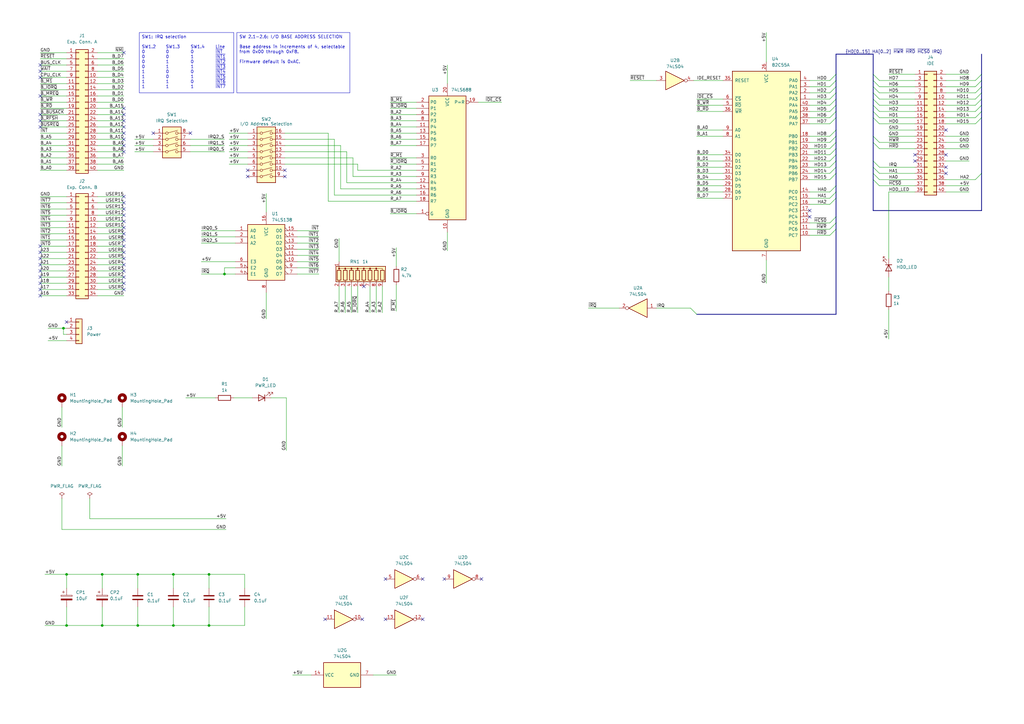
<source format=kicad_sch>
(kicad_sch (version 20230121) (generator eeschema)
  (paper "A3")
  (title_block (title "IDE Board for the SZC-1") (date "2024-02-12") (rev "1.0") (comment 1 "Inspired by the Beer IDE interface"))
  (junction (at 27.305 256.54))
  (junction (at 41.91 256.54))
  (junction (at 41.91 235.585))
  (junction (at 26.035 134.62))
  (junction (at 71.12 235.585))
  (junction (at 27.305 235.585))
  (junction (at 56.515 256.54))
  (junction (at 92.075 112.395))
  (junction (at 85.725 256.54))
  (junction (at 56.515 235.585))
  (junction (at 71.12 256.54))
  (junction (at 85.725 235.585))
  (no_connect (at 332.105 86.36))
  (no_connect (at 16.51 103.505))
  (no_connect (at 16.51 118.745))
  (no_connect (at 101.6 69.85))
  (no_connect (at 197.485 237.49))
  (no_connect (at 50.8 49.53))
  (no_connect (at 16.51 113.665))
  (no_connect (at 50.8 113.665))
  (no_connect (at 50.8 95.885))
  (no_connect (at 50.8 108.585))
  (no_connect (at 173.355 237.49))
  (no_connect (at 16.51 121.285))
  (no_connect (at 50.8 116.205))
  (no_connect (at 50.8 103.505))
  (no_connect (at 50.8 90.805))
  (no_connect (at 101.6 72.39))
  (no_connect (at 50.8 88.265))
  (no_connect (at 16.51 31.75))
  (no_connect (at 16.51 49.53))
  (no_connect (at 50.8 52.07))
  (no_connect (at 62.865 54.61))
  (no_connect (at 182.245 237.49))
  (no_connect (at 332.105 88.9))
  (no_connect (at 50.8 44.45))
  (no_connect (at 116.84 72.39))
  (no_connect (at 50.8 93.345))
  (no_connect (at 16.51 26.67))
  (no_connect (at 16.51 52.07))
  (no_connect (at 148.59 254))
  (no_connect (at 387.985 63.5))
  (no_connect (at 375.285 63.5))
  (no_connect (at 50.8 83.185))
  (no_connect (at 27.305 132.08))
  (no_connect (at 16.51 108.585))
  (no_connect (at 387.985 53.34))
  (no_connect (at 16.51 111.125))
  (no_connect (at 50.8 100.965))
  (no_connect (at 16.51 39.37))
  (no_connect (at 50.8 118.745))
  (no_connect (at 16.51 46.99))
  (no_connect (at 50.8 54.61))
  (no_connect (at 133.35 254))
  (no_connect (at 387.985 68.58))
  (no_connect (at 387.985 71.12))
  (no_connect (at 50.8 98.425))
  (no_connect (at 50.8 46.99))
  (no_connect (at 16.51 116.205))
  (no_connect (at 50.8 85.725))
  (no_connect (at 50.8 111.125))
  (no_connect (at 375.285 66.04))
  (no_connect (at 50.8 80.645))
  (no_connect (at 78.105 54.61))
  (no_connect (at 16.51 106.045))
  (no_connect (at 16.51 100.965))
  (no_connect (at 116.84 69.85))
  (no_connect (at 149.225 117.475))
  (no_connect (at 50.8 21.59))
  (no_connect (at 50.8 57.15))
  (no_connect (at 50.8 62.23))
  (no_connect (at 158.115 254))
  (no_connect (at 158.115 237.49))
  (no_connect (at 16.51 29.21))
  (no_connect (at 50.8 106.045))
  (no_connect (at 50.8 59.69))
  (no_connect (at 173.355 254))
  (bus_entry (at 340.36 58.42) (size 2.54 -2.54))
  (bus_entry (at 358.14 38.1) (size 2.54 2.54))
  (bus_entry (at 358.14 58.42) (size 2.54 2.54))
  (bus_entry (at 340.36 83.82) (size 2.54 -2.54))
  (bus_entry (at 340.36 55.88) (size 2.54 -2.54))
  (bus_entry (at 358.14 35.56) (size 2.54 2.54))
  (bus_entry (at 358.14 68.58) (size 2.54 2.54))
  (bus_entry (at 400.05 40.64) (size 2.54 -2.54))
  (bus_entry (at 340.36 35.56) (size 2.54 -2.54))
  (bus_entry (at 340.36 71.12) (size 2.54 -2.54))
  (bus_entry (at 340.36 91.44) (size 2.54 -2.54))
  (bus_entry (at 340.36 40.64) (size 2.54 -2.54))
  (bus_entry (at 340.36 50.8) (size 2.54 -2.54))
  (bus_entry (at 358.14 71.12) (size 2.54 2.54))
  (bus_entry (at 358.14 45.72) (size 2.54 2.54))
  (bus_entry (at 400.05 45.72) (size 2.54 -2.54))
  (bus_entry (at 340.36 43.18) (size 2.54 -2.54))
  (bus_entry (at 340.36 93.98) (size 2.54 -2.54))
  (bus_entry (at 358.14 33.02) (size 2.54 2.54))
  (bus_entry (at 358.14 43.18) (size 2.54 2.54))
  (bus_entry (at 358.14 30.48) (size 2.54 2.54))
  (bus_entry (at 358.14 48.26) (size 2.54 2.54))
  (bus_entry (at 340.36 48.26) (size 2.54 -2.54))
  (bus_entry (at 358.14 40.64) (size 2.54 2.54))
  (bus_entry (at 340.36 60.96) (size 2.54 -2.54))
  (bus_entry (at 285.75 128.905) (size -2.54 -2.54))
  (bus_entry (at 340.36 38.1) (size 2.54 -2.54))
  (bus_entry (at 358.14 66.04) (size 2.54 2.54))
  (bus_entry (at 400.05 33.02) (size 2.54 -2.54))
  (bus_entry (at 358.14 73.66) (size 2.54 2.54))
  (bus_entry (at 340.36 45.72) (size 2.54 -2.54))
  (bus_entry (at 340.36 96.52) (size 2.54 -2.54))
  (bus_entry (at 400.05 35.56) (size 2.54 -2.54))
  (bus_entry (at 340.36 33.02) (size 2.54 -2.54))
  (bus_entry (at 340.36 66.04) (size 2.54 -2.54))
  (bus_entry (at 400.05 43.18) (size 2.54 -2.54))
  (bus_entry (at 340.36 68.58) (size 2.54 -2.54))
  (bus_entry (at 340.36 81.28) (size 2.54 -2.54))
  (bus_entry (at 340.36 78.74) (size 2.54 -2.54))
  (bus_entry (at 400.05 48.26) (size 2.54 -2.54))
  (bus_entry (at 340.36 73.66) (size 2.54 -2.54))
  (bus_entry (at 400.05 73.66) (size 2.54 -2.54))
  (bus_entry (at 400.05 50.8) (size 2.54 -2.54))
  (bus_entry (at 400.05 38.1) (size 2.54 -2.54))
  (bus_entry (at 340.36 63.5) (size 2.54 -2.54))
  (bus_entry (at 358.14 55.88) (size 2.54 2.54))
  (wire (pts (xy 154.305 128.27) (xy 154.305 117.475)))
  (wire (pts (xy 50.8 36.83) (xy 40.005 36.83)))
  (bus (pts (xy 342.9 22.225) (xy 358.14 22.225)))
  (wire (pts (xy 332.105 48.26) (xy 340.36 48.26)))
  (wire (pts (xy 332.105 38.1) (xy 340.36 38.1)))
  (wire (pts (xy 82.55 107.315) (xy 96.52 107.315)))
  (wire (pts (xy 40.005 103.505) (xy 50.8 103.505)))
  (wire (pts (xy 25.4 204.47) (xy 25.4 217.17)))
  (wire (pts (xy 100.33 241.3) (xy 100.33 235.585)))
  (wire (pts (xy 285.75 78.74) (xy 296.545 78.74)))
  (bus (pts (xy 402.59 48.26) (xy 402.59 71.12)))
  (bus (pts (xy 402.59 38.1) (xy 402.59 40.64)))
  (bus (pts (xy 342.9 53.34) (xy 342.9 55.88)))
  (bus (pts (xy 342.9 93.98) (xy 342.9 128.905)))
  (wire (pts (xy 16.51 113.665) (xy 27.305 113.665)))
  (wire (pts (xy 56.515 241.3) (xy 56.515 235.585)))
  (wire (pts (xy 144.78 64.77) (xy 116.84 64.77)))
  (wire (pts (xy 16.51 36.83) (xy 27.305 36.83)))
  (wire (pts (xy 364.49 30.48) (xy 375.285 30.48)))
  (wire (pts (xy 285.75 76.2) (xy 296.545 76.2)))
  (wire (pts (xy 285.75 55.88) (xy 296.545 55.88)))
  (wire (pts (xy 100.33 248.92) (xy 100.33 256.54)))
  (wire (pts (xy 16.51 46.99) (xy 27.305 46.99)))
  (wire (pts (xy 40.005 90.805) (xy 50.8 90.805)))
  (wire (pts (xy 360.68 68.58) (xy 375.285 68.58)))
  (wire (pts (xy 144.78 72.39) (xy 144.78 64.77)))
  (bus (pts (xy 342.9 66.04) (xy 342.9 68.58)))
  (wire (pts (xy 50.165 167.005) (xy 50.165 175.26)))
  (wire (pts (xy 183.515 26.67) (xy 183.515 34.29)))
  (bus (pts (xy 342.9 22.225) (xy 342.9 30.48)))
  (wire (pts (xy 387.985 43.18) (xy 400.05 43.18)))
  (wire (pts (xy 85.725 248.92) (xy 85.725 256.54)))
  (bus (pts (xy 285.75 128.905) (xy 342.9 128.905)))
  (wire (pts (xy 332.105 58.42) (xy 340.36 58.42)))
  (wire (pts (xy 387.985 78.74) (xy 397.51 78.74)))
  (wire (pts (xy 56.515 256.54) (xy 41.91 256.54)))
  (wire (pts (xy 285.75 81.28) (xy 296.545 81.28)))
  (wire (pts (xy 360.68 50.8) (xy 375.285 50.8)))
  (wire (pts (xy 387.985 60.96) (xy 397.51 60.96)))
  (wire (pts (xy 16.51 85.725) (xy 27.305 85.725)))
  (wire (pts (xy 18.415 235.585) (xy 27.305 235.585)))
  (wire (pts (xy 284.48 33.02) (xy 296.545 33.02)))
  (bus (pts (xy 342.9 88.9) (xy 342.9 91.44)))
  (wire (pts (xy 50.8 41.91) (xy 40.005 41.91)))
  (wire (pts (xy 27.305 235.585) (xy 27.305 241.3)))
  (bus (pts (xy 342.9 68.58) (xy 342.9 71.12)))
  (wire (pts (xy 156.845 128.27) (xy 156.845 117.475)))
  (wire (pts (xy 40.005 106.045) (xy 50.8 106.045)))
  (wire (pts (xy 16.51 69.85) (xy 27.305 69.85)))
  (wire (pts (xy 134.62 82.55) (xy 134.62 54.61)))
  (wire (pts (xy 142.24 74.93) (xy 170.815 74.93)))
  (wire (pts (xy 50.8 121.285) (xy 40.005 121.285)))
  (wire (pts (xy 364.49 78.74) (xy 375.285 78.74)))
  (wire (pts (xy 50.8 52.07) (xy 40.005 52.07)))
  (wire (pts (xy 360.68 35.56) (xy 375.285 35.56)))
  (wire (pts (xy 387.985 30.48) (xy 397.51 30.48)))
  (wire (pts (xy 71.12 256.54) (xy 56.515 256.54)))
  (wire (pts (xy 71.12 235.585) (xy 56.515 235.585)))
  (bus (pts (xy 358.14 68.58) (xy 358.14 71.12)))
  (bus (pts (xy 358.14 40.64) (xy 358.14 43.18)))
  (wire (pts (xy 387.985 35.56) (xy 400.05 35.56)))
  (wire (pts (xy 170.815 72.39) (xy 144.78 72.39)))
  (wire (pts (xy 160.02 41.91) (xy 170.815 41.91)))
  (wire (pts (xy 50.8 57.15) (xy 40.005 57.15)))
  (bus (pts (xy 342.9 35.56) (xy 342.9 38.1)))
  (wire (pts (xy 25.4 182.88) (xy 25.4 191.135)))
  (wire (pts (xy 141.605 128.27) (xy 141.605 117.475)))
  (wire (pts (xy 40.005 100.965) (xy 50.8 100.965)))
  (wire (pts (xy 146.685 67.31) (xy 146.685 69.85)))
  (wire (pts (xy 16.51 41.91) (xy 27.305 41.91)))
  (wire (pts (xy 27.305 256.54) (xy 27.305 248.92)))
  (bus (pts (xy 402.59 33.02) (xy 402.59 35.56)))
  (wire (pts (xy 360.68 43.18) (xy 375.285 43.18)))
  (wire (pts (xy 50.8 62.23) (xy 40.005 62.23)))
  (wire (pts (xy 137.16 57.15) (xy 116.84 57.15)))
  (wire (pts (xy 19.685 134.62) (xy 26.035 134.62)))
  (wire (pts (xy 40.005 88.265) (xy 50.8 88.265)))
  (wire (pts (xy 162.56 127.635) (xy 162.56 116.84)))
  (wire (pts (xy 50.8 54.61) (xy 40.005 54.61)))
  (wire (pts (xy 360.68 48.26) (xy 375.285 48.26)))
  (wire (pts (xy 55.245 57.15) (xy 62.865 57.15)))
  (wire (pts (xy 16.51 54.61) (xy 27.305 54.61)))
  (wire (pts (xy 117.475 163.195) (xy 117.475 184.785)))
  (wire (pts (xy 183.515 102.87) (xy 183.515 95.25)))
  (wire (pts (xy 332.105 66.04) (xy 340.36 66.04)))
  (wire (pts (xy 364.49 55.88) (xy 375.285 55.88)))
  (wire (pts (xy 93.98 59.69) (xy 101.6 59.69)))
  (wire (pts (xy 130.81 104.775) (xy 121.92 104.775)))
  (wire (pts (xy 50.8 49.53) (xy 40.005 49.53)))
  (wire (pts (xy 50.8 116.205) (xy 40.005 116.205)))
  (wire (pts (xy 50.8 24.13) (xy 40.005 24.13)))
  (wire (pts (xy 76.2 163.195) (xy 88.265 163.195)))
  (wire (pts (xy 71.12 248.92) (xy 71.12 256.54)))
  (wire (pts (xy 16.51 44.45) (xy 27.305 44.45)))
  (wire (pts (xy 332.105 45.72) (xy 340.36 45.72)))
  (wire (pts (xy 50.8 34.29) (xy 40.005 34.29)))
  (wire (pts (xy 50.8 46.99) (xy 40.005 46.99)))
  (wire (pts (xy 146.685 69.85) (xy 170.815 69.85)))
  (bus (pts (xy 358.14 43.18) (xy 358.14 45.72)))
  (wire (pts (xy 160.02 87.63) (xy 170.815 87.63)))
  (wire (pts (xy 170.815 80.01) (xy 137.16 80.01)))
  (wire (pts (xy 160.02 44.45) (xy 170.815 44.45)))
  (wire (pts (xy 25.4 217.17) (xy 92.71 217.17)))
  (wire (pts (xy 36.83 212.725) (xy 92.71 212.725)))
  (wire (pts (xy 142.24 74.93) (xy 142.24 62.23)))
  (bus (pts (xy 342.9 60.96) (xy 342.9 63.5)))
  (wire (pts (xy 16.51 29.21) (xy 27.305 29.21)))
  (wire (pts (xy 285.75 53.34) (xy 296.545 53.34)))
  (wire (pts (xy 332.105 78.74) (xy 340.36 78.74)))
  (wire (pts (xy 360.68 45.72) (xy 375.285 45.72)))
  (bus (pts (xy 342.9 76.2) (xy 342.9 78.74)))
  (wire (pts (xy 50.8 59.69) (xy 40.005 59.69)))
  (wire (pts (xy 160.02 59.69) (xy 170.815 59.69)))
  (wire (pts (xy 387.985 48.26) (xy 400.05 48.26)))
  (wire (pts (xy 40.005 83.185) (xy 50.8 83.185)))
  (wire (pts (xy 332.105 73.66) (xy 340.36 73.66)))
  (wire (pts (xy 130.81 97.155) (xy 121.92 97.155)))
  (wire (pts (xy 387.985 76.2) (xy 397.51 76.2)))
  (wire (pts (xy 16.51 49.53) (xy 27.305 49.53)))
  (bus (pts (xy 358.14 86.36) (xy 402.59 86.36)))
  (wire (pts (xy 16.51 59.69) (xy 27.305 59.69)))
  (wire (pts (xy 241.3 126.365) (xy 254 126.365)))
  (bus (pts (xy 358.14 48.26) (xy 358.14 55.88)))
  (wire (pts (xy 160.02 57.15) (xy 170.815 57.15)))
  (wire (pts (xy 25.4 167.005) (xy 25.4 175.26)))
  (wire (pts (xy 16.51 39.37) (xy 27.305 39.37)))
  (wire (pts (xy 387.985 45.72) (xy 400.05 45.72)))
  (wire (pts (xy 16.51 26.67) (xy 27.305 26.67)))
  (bus (pts (xy 342.9 48.26) (xy 342.9 53.34)))
  (wire (pts (xy 93.98 62.23) (xy 101.6 62.23)))
  (wire (pts (xy 130.81 109.855) (xy 121.92 109.855)))
  (bus (pts (xy 342.9 81.28) (xy 342.9 88.9)))
  (wire (pts (xy 82.55 97.155) (xy 96.52 97.155)))
  (wire (pts (xy 120.015 276.86) (xy 127.635 276.86)))
  (wire (pts (xy 160.02 52.07) (xy 170.815 52.07)))
  (bus (pts (xy 358.14 33.02) (xy 358.14 35.56)))
  (wire (pts (xy 93.98 57.15) (xy 101.6 57.15)))
  (bus (pts (xy 402.59 22.225) (xy 402.59 30.48)))
  (bus (pts (xy 358.14 35.56) (xy 358.14 38.1)))
  (wire (pts (xy 285.75 66.04) (xy 296.545 66.04)))
  (wire (pts (xy 160.02 64.77) (xy 170.815 64.77)))
  (wire (pts (xy 332.105 50.8) (xy 340.36 50.8)))
  (wire (pts (xy 360.68 33.02) (xy 375.285 33.02)))
  (wire (pts (xy 95.885 163.195) (xy 103.505 163.195)))
  (wire (pts (xy 92.075 57.15) (xy 78.105 57.15)))
  (wire (pts (xy 285.75 43.18) (xy 296.545 43.18)))
  (wire (pts (xy 16.51 118.745) (xy 27.305 118.745)))
  (wire (pts (xy 100.33 256.54) (xy 85.725 256.54)))
  (wire (pts (xy 40.005 98.425) (xy 50.8 98.425)))
  (wire (pts (xy 16.51 121.285) (xy 27.305 121.285)))
  (wire (pts (xy 139.065 128.27) (xy 139.065 117.475)))
  (wire (pts (xy 332.105 91.44) (xy 340.36 91.44)))
  (wire (pts (xy 18.415 256.54) (xy 27.305 256.54)))
  (wire (pts (xy 16.51 31.75) (xy 27.305 31.75)))
  (wire (pts (xy 82.55 94.615) (xy 96.52 94.615)))
  (wire (pts (xy 130.81 94.615) (xy 121.92 94.615)))
  (wire (pts (xy 50.8 67.31) (xy 40.005 67.31)))
  (wire (pts (xy 16.51 108.585) (xy 27.305 108.585)))
  (wire (pts (xy 41.91 235.585) (xy 41.91 241.3)))
  (wire (pts (xy 92.075 62.23) (xy 78.105 62.23)))
  (wire (pts (xy 26.035 137.16) (xy 26.035 134.62)))
  (wire (pts (xy 40.005 108.585) (xy 50.8 108.585)))
  (wire (pts (xy 16.51 93.345) (xy 27.305 93.345)))
  (wire (pts (xy 16.51 116.205) (xy 27.305 116.205)))
  (wire (pts (xy 27.305 137.16) (xy 26.035 137.16)))
  (wire (pts (xy 92.075 109.855) (xy 92.075 112.395)))
  (wire (pts (xy 16.51 52.07) (xy 27.305 52.07)))
  (wire (pts (xy 19.685 139.7) (xy 27.305 139.7)))
  (wire (pts (xy 258.445 33.02) (xy 269.24 33.02)))
  (bus (pts (xy 342.9 40.64) (xy 342.9 43.18)))
  (wire (pts (xy 96.52 109.855) (xy 92.075 109.855)))
  (wire (pts (xy 285.75 71.12) (xy 296.545 71.12)))
  (bus (pts (xy 342.9 91.44) (xy 342.9 93.98)))
  (wire (pts (xy 139.7 77.47) (xy 139.7 59.69)))
  (bus (pts (xy 342.9 43.18) (xy 342.9 45.72)))
  (wire (pts (xy 50.8 64.77) (xy 40.005 64.77)))
  (bus (pts (xy 402.59 45.72) (xy 402.59 48.26)))
  (wire (pts (xy 387.985 55.88) (xy 397.51 55.88)))
  (wire (pts (xy 160.02 54.61) (xy 170.815 54.61)))
  (wire (pts (xy 16.51 57.15) (xy 27.305 57.15)))
  (wire (pts (xy 50.8 113.665) (xy 40.005 113.665)))
  (bus (pts (xy 358.14 38.1) (xy 358.14 40.64)))
  (wire (pts (xy 332.105 43.18) (xy 340.36 43.18)))
  (bus (pts (xy 358.14 22.225) (xy 358.14 30.48)))
  (wire (pts (xy 92.075 59.69) (xy 78.105 59.69)))
  (bus (pts (xy 402.59 43.18) (xy 402.59 45.72)))
  (wire (pts (xy 285.75 45.72) (xy 296.545 45.72)))
  (wire (pts (xy 332.105 93.98) (xy 340.36 93.98)))
  (wire (pts (xy 360.68 58.42) (xy 375.285 58.42)))
  (wire (pts (xy 360.68 38.1) (xy 375.285 38.1)))
  (bus (pts (xy 342.9 45.72) (xy 342.9 48.26)))
  (wire (pts (xy 160.02 49.53) (xy 170.815 49.53)))
  (wire (pts (xy 332.105 33.02) (xy 340.36 33.02)))
  (wire (pts (xy 93.98 64.77) (xy 101.6 64.77)))
  (wire (pts (xy 130.81 102.235) (xy 121.92 102.235)))
  (wire (pts (xy 162.56 101.6) (xy 162.56 109.22)))
  (wire (pts (xy 16.51 64.77) (xy 27.305 64.77)))
  (bus (pts (xy 358.14 66.04) (xy 358.14 68.58)))
  (wire (pts (xy 92.075 112.395) (xy 96.52 112.395)))
  (bus (pts (xy 358.14 45.72) (xy 358.14 48.26)))
  (wire (pts (xy 387.985 73.66) (xy 400.05 73.66)))
  (wire (pts (xy 130.81 112.395) (xy 121.92 112.395)))
  (wire (pts (xy 332.105 83.82) (xy 340.36 83.82)))
  (bus (pts (xy 342.9 33.02) (xy 342.9 35.56)))
  (wire (pts (xy 16.51 80.645) (xy 27.305 80.645)))
  (wire (pts (xy 130.81 99.695) (xy 121.92 99.695)))
  (wire (pts (xy 332.105 68.58) (xy 340.36 68.58)))
  (wire (pts (xy 137.16 80.01) (xy 137.16 57.15)))
  (bus (pts (xy 402.59 40.64) (xy 402.59 43.18)))
  (wire (pts (xy 364.49 139.065) (xy 364.49 127)))
  (wire (pts (xy 332.105 63.5) (xy 340.36 63.5)))
  (wire (pts (xy 50.8 31.75) (xy 40.005 31.75)))
  (wire (pts (xy 50.8 69.85) (xy 40.005 69.85)))
  (wire (pts (xy 55.245 59.69) (xy 62.865 59.69)))
  (wire (pts (xy 27.305 235.585) (xy 41.91 235.585)))
  (wire (pts (xy 332.105 55.88) (xy 340.36 55.88)))
  (wire (pts (xy 82.55 112.395) (xy 92.075 112.395)))
  (wire (pts (xy 16.51 98.425) (xy 27.305 98.425)))
  (wire (pts (xy 16.51 88.265) (xy 27.305 88.265)))
  (wire (pts (xy 109.22 130.81) (xy 109.22 120.015)))
  (bus (pts (xy 342.9 78.74) (xy 342.9 81.28)))
  (wire (pts (xy 162.56 276.86) (xy 153.035 276.86)))
  (wire (pts (xy 170.815 82.55) (xy 134.62 82.55)))
  (bus (pts (xy 342.9 63.5) (xy 342.9 66.04)))
  (wire (pts (xy 314.325 13.335) (xy 314.325 25.4)))
  (bus (pts (xy 402.59 30.48) (xy 402.59 33.02)))
  (wire (pts (xy 387.985 38.1) (xy 400.05 38.1)))
  (wire (pts (xy 50.165 182.88) (xy 50.165 191.135)))
  (wire (pts (xy 16.51 106.045) (xy 27.305 106.045)))
  (bus (pts (xy 358.14 30.48) (xy 358.14 33.02)))
  (wire (pts (xy 151.765 128.27) (xy 151.765 117.475)))
  (bus (pts (xy 402.59 71.12) (xy 402.59 86.36)))
  (wire (pts (xy 360.68 40.64) (xy 375.285 40.64)))
  (wire (pts (xy 16.51 95.885) (xy 27.305 95.885)))
  (wire (pts (xy 139.065 97.79) (xy 139.065 107.315)))
  (bus (pts (xy 402.59 35.56) (xy 402.59 38.1)))
  (wire (pts (xy 93.98 54.61) (xy 101.6 54.61)))
  (wire (pts (xy 332.105 35.56) (xy 340.36 35.56)))
  (bus (pts (xy 342.9 55.88) (xy 342.9 58.42)))
  (wire (pts (xy 16.51 67.31) (xy 27.305 67.31)))
  (wire (pts (xy 50.8 44.45) (xy 40.005 44.45)))
  (wire (pts (xy 205.74 41.91) (xy 196.215 41.91)))
  (wire (pts (xy 142.24 62.23) (xy 116.84 62.23)))
  (wire (pts (xy 160.02 67.31) (xy 170.815 67.31)))
  (wire (pts (xy 332.105 60.96) (xy 340.36 60.96)))
  (wire (pts (xy 85.725 241.3) (xy 85.725 235.585)))
  (wire (pts (xy 16.51 21.59) (xy 27.305 21.59)))
  (wire (pts (xy 360.68 73.66) (xy 375.285 73.66)))
  (wire (pts (xy 50.8 21.59) (xy 40.005 21.59)))
  (wire (pts (xy 16.51 111.125) (xy 27.305 111.125)))
  (wire (pts (xy 16.51 103.505) (xy 27.305 103.505)))
  (wire (pts (xy 40.005 93.345) (xy 50.8 93.345)))
  (wire (pts (xy 364.49 113.665) (xy 364.49 119.38)))
  (bus (pts (xy 342.9 38.1) (xy 342.9 40.64)))
  (wire (pts (xy 50.8 111.125) (xy 40.005 111.125)))
  (wire (pts (xy 50.8 29.21) (xy 40.005 29.21)))
  (wire (pts (xy 116.84 67.31) (xy 146.685 67.31)))
  (wire (pts (xy 314.325 106.68) (xy 314.325 116.205)))
  (wire (pts (xy 387.985 58.42) (xy 397.51 58.42)))
  (wire (pts (xy 50.8 118.745) (xy 40.005 118.745)))
  (wire (pts (xy 100.33 235.585) (xy 85.725 235.585)))
  (wire (pts (xy 387.985 33.02) (xy 400.05 33.02)))
  (wire (pts (xy 85.725 256.54) (xy 71.12 256.54)))
  (wire (pts (xy 144.145 128.27) (xy 144.145 117.475)))
  (wire (pts (xy 146.685 128.27) (xy 146.685 117.475)))
  (wire (pts (xy 16.51 24.13) (xy 27.305 24.13)))
  (wire (pts (xy 332.105 71.12) (xy 340.36 71.12)))
  (wire (pts (xy 332.105 81.28) (xy 340.36 81.28)))
  (wire (pts (xy 41.91 256.54) (xy 41.91 248.92)))
  (bus (pts (xy 358.14 55.88) (xy 358.14 58.42)))
  (bus (pts (xy 342.9 58.42) (xy 342.9 60.96)))
  (wire (pts (xy 16.51 83.185) (xy 27.305 83.185)))
  (wire (pts (xy 360.68 71.12) (xy 375.285 71.12)))
  (wire (pts (xy 27.305 256.54) (xy 41.91 256.54)))
  (wire (pts (xy 360.68 60.96) (xy 375.285 60.96)))
  (bus (pts (xy 358.14 73.66) (xy 358.14 86.36)))
  (wire (pts (xy 40.005 80.645) (xy 50.8 80.645)))
  (wire (pts (xy 40.005 85.725) (xy 50.8 85.725)))
  (wire (pts (xy 56.515 248.92) (xy 56.515 256.54)))
  (bus (pts (xy 342.9 71.12) (xy 342.9 76.2)))
  (wire (pts (xy 139.7 59.69) (xy 116.84 59.69)))
  (bus (pts (xy 358.14 58.42) (xy 358.14 66.04)))
  (wire (pts (xy 285.75 68.58) (xy 296.545 68.58)))
  (wire (pts (xy 55.245 62.23) (xy 62.865 62.23)))
  (wire (pts (xy 56.515 235.585) (xy 41.91 235.585)))
  (wire (pts (xy 16.51 90.805) (xy 27.305 90.805)))
  (wire (pts (xy 285.75 63.5) (xy 296.545 63.5)))
  (wire (pts (xy 360.68 76.2) (xy 375.285 76.2)))
  (bus (pts (xy 358.14 71.12) (xy 358.14 73.66)))
  (wire (pts (xy 332.105 96.52) (xy 340.36 96.52)))
  (wire (pts (xy 364.49 106.045) (xy 364.49 78.74)))
  (wire (pts (xy 269.24 126.365) (xy 283.21 126.365)))
  (wire (pts (xy 16.51 100.965) (xy 27.305 100.965)))
  (wire (pts (xy 109.22 79.375) (xy 109.22 86.995)))
  (wire (pts (xy 387.985 66.04) (xy 397.51 66.04)))
  (wire (pts (xy 71.12 241.3) (xy 71.12 235.585)))
  (wire (pts (xy 40.005 95.885) (xy 50.8 95.885)))
  (bus (pts (xy 342.9 30.48) (xy 342.9 33.02)))
  (wire (pts (xy 82.55 99.695) (xy 96.52 99.695)))
  (wire (pts (xy 160.02 46.99) (xy 170.815 46.99)))
  (wire (pts (xy 387.985 50.8) (xy 400.05 50.8)))
  (wire (pts (xy 130.81 107.315) (xy 121.92 107.315)))
  (wire (pts (xy 134.62 54.61) (xy 116.84 54.61)))
  (wire (pts (xy 170.815 77.47) (xy 139.7 77.47)))
  (wire (pts (xy 332.105 40.64) (xy 340.36 40.64)))
  (wire (pts (xy 285.75 40.64) (xy 296.545 40.64)))
  (wire (pts (xy 50.8 26.67) (xy 40.005 26.67)))
  (wire (pts (xy 93.98 67.31) (xy 101.6 67.31)))
  (wire (pts (xy 364.49 53.34) (xy 375.285 53.34)))
  (wire (pts (xy 85.725 235.585) (xy 71.12 235.585)))
  (wire (pts (xy 50.8 39.37) (xy 40.005 39.37)))
  (wire (pts (xy 26.035 134.62) (xy 27.305 134.62)))
  (wire (pts (xy 387.985 40.64) (xy 400.05 40.64)))
  (wire (pts (xy 16.51 62.23) (xy 27.305 62.23)))
  (wire (pts (xy 36.83 204.47) (xy 36.83 212.725)))
  (wire (pts (xy 117.475 163.195) (xy 111.125 163.195)))
  (wire (pts (xy 285.75 73.66) (xy 296.545 73.66)))
  (wire (pts (xy 16.51 34.29) (xy 27.305 34.29)))
  (text_box "SW1: IRQ selection\n\nSW1.2	SW1.3	SW1.4	Line\n0		0		0		~{INT}\n0		0		1		~{INT1}\n0		1		0		~{INT2}\n0		1		1		~{INT3}\n1		0		0		~{INT4}\n1		0		1		~{INT5}\n1		1		0		~{INT6}\n1		1		1		~{INT7}\n" (at 57.15 13.335 0) (size 38.735 24.765) (effects (font (size 1.27 1.27)) (justify left top)))
  (text_box "SW 2.1-2.6: I/O BASE ADDRESS SELECTION\n\nBase address in increments of 4, selectable\nfrom 0x00 through 0xF8.\n\nFirmware default is 0xAC." (at 97.155 13.335 0) (size 46.355 24.765) (effects (font (size 1.27 1.27)) (justify left top)))
  (label "~{HWR}" (at 364.49 58.42 0))
  (label "GND" (at 50.165 175.26 90))
  (label "~{R_IORQ}" (at 146.685 128.27 90))
  (label "~{B_WR}" (at 285.75 43.18 0))
  (label "GND" (at 397.51 66.04 180))
  (label "+5V" (at 93.98 54.61 0))
  (label "~{HRD}" (at 339.09 96.52 180))
  (label "USER4" (at 50.8 108.585 180))
  (label "A16" (at 16.51 121.285 0))
  (label "~{RESET}" (at 16.51 24.13 0))
  (label "HD5" (at 339.09 45.72 180))
  (label "GND" (at 25.4 191.135 90))
  (label "R_A6" (at 160.02 80.01 0))
  (label "B_A7" (at 160.02 59.69 0))
  (label "~{RESET}" (at 258.445 33.02 0))
  (label "USER9" (at 50.8 95.885 180))
  (label "B_D4" (at 285.75 73.66 0))
  (label "~{RESET}" (at 364.49 30.48 0))
  (label "~{INT}" (at 16.51 54.61 0))
  (label "R_A4" (at 160.02 74.93 0))
  (label "+5V" (at 93.98 67.31 0))
  (label "B_A1" (at 16.51 67.31 0))
  (label "GND" (at 50.165 191.135 90))
  (label "B_A9" (at 50.8 59.69 180))
  (label "HD5" (at 364.49 38.1 0))
  (label "HD15" (at 397.51 50.8 180))
  (label "B_D1" (at 285.75 66.04 0))
  (label "B_D4" (at 50.8 31.75 180))
  (label "GND" (at 16.51 21.59 0))
  (label "+5V" (at 314.325 13.335 270))
  (label "B_D6" (at 285.75 78.74 0))
  (label "R_A3" (at 154.305 128.27 90))
  (label "B_D3" (at 285.75 71.12 0))
  (label "B_D5" (at 285.75 76.2 0))
  (label "~{HWR}" (at 339.09 93.98 180))
  (label "GND" (at 397.51 55.88 180))
  (label "HD3" (at 339.09 40.64 180))
  (label "HD8" (at 339.09 55.88 180))
  (label "B_A8" (at 50.8 62.23 180))
  (label "~{INT6}" (at 130.81 109.855 180))
  (label "GND" (at 397.51 78.74 180))
  (label "B_A5" (at 16.51 57.15 0))
  (label "B_A4" (at 16.51 59.69 0))
  (label "HD13" (at 397.51 45.72 180))
  (label "+5V" (at 93.98 57.15 0))
  (label "~{INT4}" (at 130.81 104.775 180))
  (label "~{INT1}" (at 16.51 98.425 0))
  (label "BUS_CLK" (at 16.51 26.67 0))
  (label "~{INT0}" (at 16.51 100.965 0))
  (label "~{B_M1}" (at 16.51 34.29 0))
  (label "GND" (at 16.51 80.645 0))
  (label "HD11" (at 339.09 63.5 180))
  (label "HD12" (at 339.09 66.04 180))
  (label "B_A6" (at 50.8 67.31 180))
  (label "USER10" (at 50.8 93.345 180))
  (label "HD10" (at 397.51 38.1 180))
  (label "B_A3" (at 16.51 62.23 0))
  (label "+5V" (at 93.98 64.77 0))
  (label "IRQ0_S" (at 82.55 94.615 0))
  (label "~{IDE_CS}" (at 205.74 41.91 180))
  (label "B_D5" (at 50.8 29.21 180))
  (label "GND" (at 139.065 97.79 270))
  (label "B_D3" (at 50.8 34.29 180))
  (label "+5V" (at 92.71 212.725 180))
  (label "HD0" (at 339.09 33.02 180))
  (label "GND" (at 397.51 60.96 180))
  (label "B_A3" (at 160.02 49.53 0))
  (label "~{B_RFSH}" (at 16.51 49.53 0))
  (label "USER13" (at 50.8 85.725 180))
  (label "HD14" (at 339.09 71.12 180))
  (label "USER2" (at 50.8 113.665 180))
  (label "B_A0" (at 285.75 53.34 0))
  (label "A17" (at 16.51 118.745 0))
  (label "~{INT5}" (at 130.81 107.315 180))
  (label "~{R_IORQ}" (at 160.02 67.31 0))
  (label "USER5" (at 50.8 106.045 180))
  (label "HD7" (at 364.49 33.02 0))
  (label "~{IRQ}" (at 241.3 126.365 0))
  (label "B_A7" (at 50.8 64.77 180))
  (label "HD2" (at 339.09 38.1 180))
  (label "HD6" (at 339.09 48.26 180))
  (label "IRQ1_S" (at 92.075 59.69 180))
  (label "GND" (at 183.515 102.87 90))
  (label "GND" (at 364.49 53.34 0))
  (label "HD6" (at 364.49 35.56 0))
  (label "~{B_M1}" (at 160.02 41.91 0))
  (label "+5V" (at 55.245 59.69 0))
  (label "~{INT1}" (at 130.81 97.155 180))
  (label "~{IRQ}" (at 82.55 112.395 0))
  (label "CPU_CLK" (at 16.51 31.75 0))
  (label "GND" (at 25.4 175.26 90))
  (label "B_D6" (at 50.8 26.67 180))
  (label "HA1" (at 339.09 81.28 180))
  (label "A23" (at 16.51 103.505 0))
  (label "HD1" (at 364.49 48.26 0))
  (label "USER14" (at 50.8 83.185 180))
  (label "HD11" (at 397.51 40.64 180))
  (label "~{IDE_CS}" (at 285.75 40.64 0))
  (label "GND" (at 92.71 217.17 180))
  (label "HA2" (at 339.09 83.82 180))
  (label "+5V" (at 120.015 276.86 0))
  (label "HD9" (at 339.09 58.42 180))
  (label "A19" (at 16.51 113.665 0))
  (label "GND" (at 397.51 30.48 180))
  (label "USER8" (at 50.8 98.425 180))
  (label "~{NMI}" (at 50.8 21.59 180))
  (label "~{WAIT}" (at 16.51 29.21 0))
  (label "B_A11" (at 50.8 54.61 180))
  (label "B_D7" (at 50.8 24.13 180))
  (label "HD4" (at 364.49 40.64 0))
  (label "R_A4" (at 151.765 128.27 90))
  (label "GND" (at 162.56 276.86 180))
  (label "A22" (at 16.51 106.045 0))
  (label "HA2" (at 397.51 73.66 180))
  (label "B_A13" (at 50.8 49.53 180))
  (label "HD3" (at 364.49 43.18 0))
  (label "IDE_RESET" (at 285.75 33.02 0))
  (label "USER3" (at 50.8 111.125 180))
  (label "R_A3" (at 160.02 72.39 0))
  (label "A18" (at 16.51 116.205 0))
  (label "+5V" (at 397.51 76.2 180))
  (label "GND" (at 19.685 134.62 0))
  (label "IRQ1_S" (at 82.55 97.155 0))
  (label "GND" (at 397.51 58.42 180))
  (label "~{HCS0}" (at 364.49 76.2 0))
  (label "HA0" (at 364.49 73.66 0))
  (label "~{B_BUSACK}" (at 16.51 46.99 0))
  (label "B_D0" (at 285.75 63.5 0))
  (label "B_A10" (at 50.8 57.15 180))
  (label "+5V" (at 109.22 79.375 270))
  (label "{HD[0..15] HA[0..2] ~{HWR} ~{HRD} ~{HCS0} IRQ}" (at 346.71 22.225 0))
  (label "GND" (at 364.49 55.88 0))
  (label "~{B_MREQ}" (at 16.51 39.37 0))
  (label "USER11" (at 50.8 90.805 180))
  (label "HD7" (at 339.09 50.8 180))
  (label "HD8" (at 397.51 33.02 180))
  (label "HD0" (at 364.49 50.8 0))
  (label "R_A7" (at 139.065 128.27 90))
  (label "HDD_LED" (at 364.49 78.74 0))
  (label "B_A6" (at 160.02 57.15 0))
  (label "HD14" (at 397.51 48.26 180))
  (label "HD1" (at 339.09 35.56 180))
  (label "A21" (at 16.51 108.585 0))
  (label "USER0" (at 50.8 118.745 180))
  (label "GND" (at 18.415 256.54 0))
  (label "~{INT5}" (at 16.51 88.265 0))
  (label "HD4" (at 339.09 43.18 180))
  (label "IRQ2_S" (at 92.075 57.15 180))
  (label "HD12" (at 397.51 43.18 180))
  (label "+5V" (at 364.49 139.065 90))
  (label "+5V" (at 82.55 107.315 0))
  (label "IRQ" (at 364.49 68.58 0))
  (label "B_A2" (at 160.02 46.99 0))
  (label "~{INT}" (at 130.81 94.615 180))
  (label "B_D0" (at 50.8 41.91 180))
  (label "~{B_IORQ}" (at 160.02 44.45 0))
  (label "USER7" (at 50.8 100.965 180))
  (label "HA0" (at 339.09 78.74 180))
  (label "+5V" (at 162.56 101.6 270))
  (label "USER1" (at 50.8 116.205 180))
  (label "+5V" (at 183.515 26.67 270))
  (label "HD9" (at 397.51 35.56 180))
  (label "~{B_WR}" (at 16.51 41.91 0))
  (label "GND" (at 50.8 69.85 180))
  (label "A20" (at 16.51 111.125 0))
  (label "B_D2" (at 50.8 36.83 180))
  (label "~{INT6}" (at 16.51 85.725 0))
  (label "+5V" (at 55.245 62.23 0))
  (label "~{INT2}" (at 16.51 95.885 0))
  (label "B_A1" (at 285.75 55.88 0))
  (label "B_A2" (at 16.51 64.77 0))
  (label "GND" (at 117.475 184.785 90))
  (label "HD2" (at 364.49 45.72 0))
  (label "R_A6" (at 141.605 128.27 90))
  (label "GND" (at 109.22 130.81 90))
  (label "USER15" (at 50.8 80.645 180))
  (label "IRQ0_S" (at 92.075 62.23 180))
  (label "B_A0" (at 16.51 69.85 0))
  (label "B_A12" (at 50.8 52.07 180))
  (label "+5V" (at 93.98 62.23 0))
  (label "~{INT3}" (at 130.81 102.235 180))
  (label "R_A7" (at 160.02 82.55 0))
  (label "B_D2" (at 285.75 68.58 0))
  (label "HD15" (at 339.09 73.66 180))
  (label "~{INT2}" (at 130.81 99.695 180))
  (label "~{B_IORQ}" (at 16.51 36.83 0))
  (label "~{INT7}" (at 130.81 112.395 180))
  (label "+5V" (at 19.685 139.7 0))
  (label "USER6" (at 50.8 103.505 180))
  (label "~{HCS0}" (at 339.09 91.44 180))
  (label "~{B_RD}" (at 285.75 45.72 0))
  (label "+5V" (at 93.98 59.69 0))
  (label "B_A14" (at 50.8 46.99 180))
  (label "USER12" (at 50.8 88.265 180))
  (label "+5V" (at 55.245 57.15 0))
  (label "HA1" (at 364.49 71.12 0))
  (label "IRQ2_S" (at 82.55 99.695 0))
  (label "~{B_IORQ}" (at 160.02 87.63 0))
  (label "+5V" (at 18.415 235.585 0))
  (label "B_A4" (at 160.02 52.07 0))
  (label "R_A5" (at 160.02 77.47 0))
  (label "~{B_RD}" (at 16.51 44.45 0))
  (label "+5V" (at 76.2 163.195 0))
  (label "~{HRD}" (at 364.49 60.96 0))
  (label "~{BUSREQ}" (at 16.51 52.07 0))
  (label "GND" (at 314.325 116.205 90))
  (label "~{INT4}" (at 16.51 90.805 0))
  (label "~{INT7}" (at 16.51 83.185 0))
  (label "GND" (at 50.8 121.285 180))
  (label "B_D1" (at 50.8 39.37 180))
  (label "~{R_M1}" (at 162.56 127.635 90))
  (label "~{R_M1}" (at 160.02 64.77 0))
  (label "IRQ" (at 269.24 126.365 0))
  (label "B_D7" (at 285.75 81.28 0))
  (label "R_A2" (at 160.02 69.85 0))
  (label "R_A2" (at 156.845 128.27 90))
  (label "B_A5" (at 160.02 54.61 0))
  (label "B_A15" (at 50.8 44.45 180))
  (label "HD10" (at 339.09 60.96 180))
  (label "R_A5" (at 144.145 128.27 90))
  (label "HD13" (at 339.09 68.58 180))
  (label "~{INT3}" (at 16.51 93.345 0))
  (symbol (lib_id "power:PWR_FLAG") (at 36.83 204.47 0) (unit 1)
    (property "Reference" "#FLG02" (effects hide))
    (property "Value" "PWR_FLAG" (at 36.83 199.39 0))
  )
  (symbol (lib_id "74xx:74LS04") (at 165.735 237.49 0) (unit 3)
    (property "Reference" "U2" (at 165.735 228.6 0))
    (property "Value" "74LS04" (at 165.735 231.14 0))
    (property "Footprint" "Package_DIP:DIP-14_W7.62mm_Socket" (effects hide))
    (property "Datasheet" "http://www.ti.com/lit/gpn/sn74LS04" (effects hide))
  )
  (symbol (lib_id "Mechanical:MountingHole_Pad") (at 50.165 180.34 0) (unit 1)
    (property "Reference" "H4" (at 53.34 177.7999 0) (effects (justify left)))
    (property "Value" "MountingHole_Pad" (at 53.34 180.3399 0) (effects (justify left)))
    (property "Footprint" "MountingHole:MountingHole_3.2mm_M3_ISO7380_Pad" (effects hide))
  )
  (symbol (lib_id "74xx:74LS04") (at 189.865 237.49 0) (unit 4)
    (property "Reference" "U2" (at 189.865 228.6 0))
    (property "Value" "74LS04" (at 189.865 231.14 0))
    (property "Footprint" "Package_DIP:DIP-14_W7.62mm_Socket" (effects hide))
    (property "Datasheet" "http://www.ti.com/lit/gpn/sn74LS04" (effects hide))
  )
  (symbol (lib_id "Device:LED") (at 364.49 109.855 270) (unit 1)
    (property "Reference" "D2" (at 367.665 106.9975 90) (effects (justify left)))
    (property "Value" "HDD_LED" (at 367.665 109.5375 90) (effects (justify left)))
    (property "Footprint" "LED_THT:LED_D3.0mm" (effects hide))
  )
  (symbol (lib_id "Device:LED") (at 107.315 163.195 180) (unit 1)
    (property "Reference" "D1" (at 108.9025 155.575 0))
    (property "Value" "PWR_LED" (at 108.9025 158.115 0))
    (property "Footprint" "LED_THT:LED_D3.0mm" (effects hide))
  )
  (symbol (lib_id "74xx:74LS138") (at 109.22 102.235 0) (unit 1)
    (property "Reference" "U1" (at 111.4141 87.63 0) (effects (justify left)))
    (property "Value" "74LS138" (at 111.4141 90.17 0) (effects (justify left)))
    (property "Footprint" "Package_DIP:DIP-16_W7.62mm_Socket" (effects hide))
    (property "Datasheet" "http://www.ti.com/lit/gpn/sn74LS138" (effects hide))
  )
  (symbol (lib_id "Interface:82C55A") (at 314.325 66.04 0) (unit 1)
    (property "Reference" "U4" (at 316.5191 24.13 0) (effects (justify left)))
    (property "Value" "82C55A" (at 316.5191 26.67 0) (effects (justify left)))
    (property "Footprint" "Package_DIP:DIP-40_W15.24mm_Socket" (effects hide))
    (property "Datasheet" "http://jap.hu/electronic/8255.pdf" (effects hide))
  )
  (symbol (lib_id "Device:R") (at 92.075 163.195 90) (unit 1)
    (property "Reference" "R1" (at 92.075 157.48 90))
    (property "Value" "1k" (at 92.075 160.02 90))
    (property "Footprint" "Resistor_THT:R_Axial_DIN0204_L3.6mm_D1.6mm_P7.62mm_Horizontal" (effects hide))
  )
  (symbol (lib_id "Device:C") (at 100.33 245.11 0) (unit 1)
    (property "Reference" "C4" (at 104.14 243.84 0) (effects (justify left)))
    (property "Value" "0.1uF" (at 104.14 246.38 0) (effects (justify left)))
    (property "Footprint" "Capacitor_THT:C_Disc_D5.0mm_W2.5mm_P2.50mm" (effects hide))
  )
  (symbol (lib_id "Connector_Generic:Conn_01x04") (at 32.385 134.62 0) (unit 1)
    (property "Reference" "J3" (at 35.56 134.62 0) (effects (justify left)))
    (property "Value" "Power" (at 35.56 137.16 0) (effects (justify left)))
    (property "Footprint" "footprints:TE_171826-4" (effects hide))
  )
  (symbol (lib_id "Device:C") (at 56.515 245.11 0) (unit 1)
    (property "Reference" "C1" (at 60.325 243.84 0) (effects (justify left)))
    (property "Value" "0.1uF" (at 60.325 246.38 0) (effects (justify left)))
    (property "Footprint" "Capacitor_THT:C_Disc_D5.0mm_W2.5mm_P2.50mm" (effects hide))
  )
  (symbol (lib_id "Mechanical:MountingHole_Pad") (at 25.4 164.465 0) (unit 1)
    (property "Reference" "H1" (at 28.575 161.9249 0) (effects (justify left)))
    (property "Value" "MountingHole_Pad" (at 28.575 164.4649 0) (effects (justify left)))
    (property "Footprint" "MountingHole:MountingHole_3.2mm_M3_ISO7380_Pad" (effects hide))
  )
  (symbol (lib_id "Device:C") (at 71.12 245.11 0) (unit 1)
    (property "Reference" "C2" (at 74.93 243.84 0) (effects (justify left)))
    (property "Value" "0.1uF" (at 74.93 246.38 0) (effects (justify left)))
    (property "Footprint" "Capacitor_THT:C_Disc_D5.0mm_W2.5mm_P2.50mm" (effects hide))
  )
  (symbol (lib_id "Mechanical:MountingHole_Pad") (at 50.165 164.465 0) (unit 1)
    (property "Reference" "H3" (at 53.34 161.9249 0) (effects (justify left)))
    (property "Value" "MountingHole_Pad" (at 53.34 164.4649 0) (effects (justify left)))
    (property "Footprint" "MountingHole:MountingHole_3.2mm_M3_ISO7380_Pad" (effects hide))
  )
  (symbol (lib_id "Device:C") (at 85.725 245.11 0) (unit 1)
    (property "Reference" "C3" (at 89.535 243.84 0) (effects (justify left)))
    (property "Value" "0.1uF" (at 89.535 246.38 0) (effects (justify left)))
    (property "Footprint" "Capacitor_THT:C_Disc_D5.0mm_W2.5mm_P2.50mm" (effects hide))
  )
  (symbol (lib_id "Switch:SW_DIP_x08") (at 109.22 64.77 0) (unit 1)
    (property "Reference" "SW2" (at 109.22 48.895 0))
    (property "Value" "I/O Address Selection" (at 109.22 50.8 0))
    (property "Footprint" "Button_Switch_THT:SW_DIP_SPSTx08_Slide_6.7x21.88mm_W7.62mm_P2.54mm_LowProfile" (effects hide))
  )
  (symbol (lib_id "74xx:74LS04") (at 276.86 33.02 0) (unit 2)
    (property "Reference" "U2" (at 276.86 24.765 0))
    (property "Value" "74LS04" (at 276.86 27.305 0))
    (property "Footprint" "Package_DIP:DIP-14_W7.62mm_Socket" (effects hide))
    (property "Datasheet" "http://www.ti.com/lit/gpn/sn74LS04" (effects hide))
  )
  (symbol (lib_id "74xx:74LS04") (at 140.97 254 0) (unit 5)
    (property "Reference" "U2" (at 140.97 245.11 0))
    (property "Value" "74LS04" (at 140.97 247.65 0))
    (property "Footprint" "Package_DIP:DIP-14_W7.62mm_Socket" (effects hide))
    (property "Datasheet" "http://www.ti.com/lit/gpn/sn74LS04" (effects hide))
  )
  (symbol (lib_id "74xx:74LS688") (at 183.515 64.77 0) (unit 1)
    (property "Reference" "U3" (at 178.435 36.83 0))
    (property "Value" "74LS688" (at 189.23 36.83 0))
    (property "Footprint" "Package_DIP:DIP-20_W7.62mm_Socket" (effects hide))
    (property "Datasheet" "http://www.ti.com/lit/gpn/sn74LS688" (effects hide))
  )
  (symbol (lib_id "74xx:74LS04") (at 165.735 254 0) (unit 6)
    (property "Reference" "U2" (at 165.735 245.11 0))
    (property "Value" "74LS04" (at 165.735 247.65 0))
    (property "Footprint" "Package_DIP:DIP-14_W7.62mm_Socket" (effects hide))
    (property "Datasheet" "http://www.ti.com/lit/gpn/sn74LS04" (effects hide))
  )
  (symbol (lib_id "Mechanical:MountingHole_Pad") (at 25.4 180.34 0) (unit 1)
    (property "Reference" "H2" (at 28.575 177.7999 0) (effects (justify left)))
    (property "Value" "MountingHole_Pad" (at 28.575 180.3399 0) (effects (justify left)))
    (property "Footprint" "MountingHole:MountingHole_3.2mm_M3_ISO7380_Pad" (effects hide))
  )
  (symbol (lib_id "74xx:74LS04") (at 261.62 126.365 180) (unit 1)
    (property "Reference" "U2" (at 261.62 118.11 0))
    (property "Value" "74LS04" (at 261.62 120.65 0))
    (property "Footprint" "Package_DIP:DIP-14_W7.62mm_Socket" (effects hide))
    (property "Datasheet" "http://www.ti.com/lit/gpn/sn74LS04" (effects hide))
  )
  (symbol (lib_id "Device:C_Polarized") (at 41.91 245.11 0) (unit 1)
    (property "Reference" "CP2" (at 45.085 242.951 0) (effects (justify left)))
    (property "Value" "0.1uF" (at 45.085 245.491 0) (effects (justify left)))
    (property "Footprint" "Capacitor_THT:CP_Radial_D5.0mm_P2.50mm" (effects hide))
  )
  (symbol (lib_id "Connector_Generic:Conn_02x20_Odd_Even") (at 32.385 44.45 0) (unit 1)
    (property "Reference" "J1" (at 33.655 14.605 0))
    (property "Value" "Exp. Conn. A" (at 33.655 17.145 0))
    (property "Footprint" "Connector_IDC:IDC-Header_2x20_P2.54mm_Horizontal" (effects hide))
  )
  (symbol (lib_id "Switch:SW_DIP_x04") (at 70.485 59.69 0) (unit 1)
    (property "Reference" "SW1" (at 70.485 46.99 0))
    (property "Value" "IRQ Selection" (at 70.485 49.53 0))
    (property "Footprint" "Button_Switch_THT:SW_DIP_SPSTx04_Slide_9.78x12.34mm_W7.62mm_P2.54mm" (effects hide))
  )
  (symbol (lib_id "Device:R") (at 364.49 123.19 180) (unit 1)
    (property "Reference" "R3" (at 366.395 121.92 0) (effects (justify right)))
    (property "Value" "1k" (at 366.395 124.46 0) (effects (justify right)))
    (property "Footprint" "Resistor_THT:R_Axial_DIN0204_L3.6mm_D1.6mm_P7.62mm_Horizontal" (effects hide))
  )
  (symbol (lib_id "74xx:74LS04") (at 140.335 276.86 90) (unit 7)
    (property "Reference" "U2" (at 140.335 266.7 90))
    (property "Value" "74LS04" (at 140.335 269.24 90))
    (property "Footprint" "Package_DIP:DIP-14_W7.62mm_Socket" (effects hide))
    (property "Datasheet" "http://www.ti.com/lit/gpn/sn74LS04" (effects hide))
  )
  (symbol (lib_id "Device:R") (at 162.56 113.03 180) (unit 1)
    (property "Reference" "R2" (at 167.005 110.49 0) (effects (justify left)))
    (property "Value" "4.7k" (at 168.91 113.03 0) (effects (justify left)))
    (property "Footprint" "Resistor_THT:R_Axial_DIN0204_L3.6mm_D1.6mm_P7.62mm_Horizontal" (effects hide))
  )
  (symbol (lib_id "Device:C_Polarized") (at 27.305 245.11 0) (unit 1)
    (property "Reference" "CP1" (at 31.115 242.951 0) (effects (justify left)))
    (property "Value" "10uF" (at 31.115 245.491 0) (effects (justify left)))
    (property "Footprint" "Capacitor_THT:CP_Radial_D5.0mm_P2.50mm" (effects hide))
  )
  (symbol (lib_id "Connector_Generic:Conn_02x17_Odd_Even") (at 32.385 100.965 0) (unit 1)
    (property "Reference" "J2" (at 33.655 74.295 0))
    (property "Value" "Exp. Conn. B" (at 33.655 76.835 0))
    (property "Footprint" "Connector_IDC:IDC-Header_2x17_P2.54mm_Horizontal" (effects hide))
  )
  (symbol (lib_id "power:PWR_FLAG") (at 25.4 204.47 0) (unit 1)
    (property "Reference" "#FLG01" (effects hide))
    (property "Value" "PWR_FLAG" (at 25.4 199.39 0))
  )
  (symbol (lib_id "Device:R_Network08") (at 149.225 112.395 0) (unit 1)
    (property "Reference" "RN1" (at 143.51 107.315 0) (effects (justify left)))
    (property "Value" "1k" (at 148.59 107.315 0) (effects (justify left)))
    (property "Footprint" "Resistor_THT:R_Array_SIP9" (effects hide))
    (property "Datasheet" "http://www.vishay.com/docs/31509/csc.pdf" (effects hide))
  )
  (symbol (lib_id "Connector_Generic:Conn_02x20_Odd_Even") (at 380.365 53.34 0) (unit 1)
    (property "Reference" "J4" (at 381.635 23.495 0))
    (property "Value" "IDE" (at 381.635 26.035 0))
    (property "Footprint" "Connector_IDC:IDC-Header_2x20_P2.54mm_Vertical" (effects hide))
  )
)
</source>
